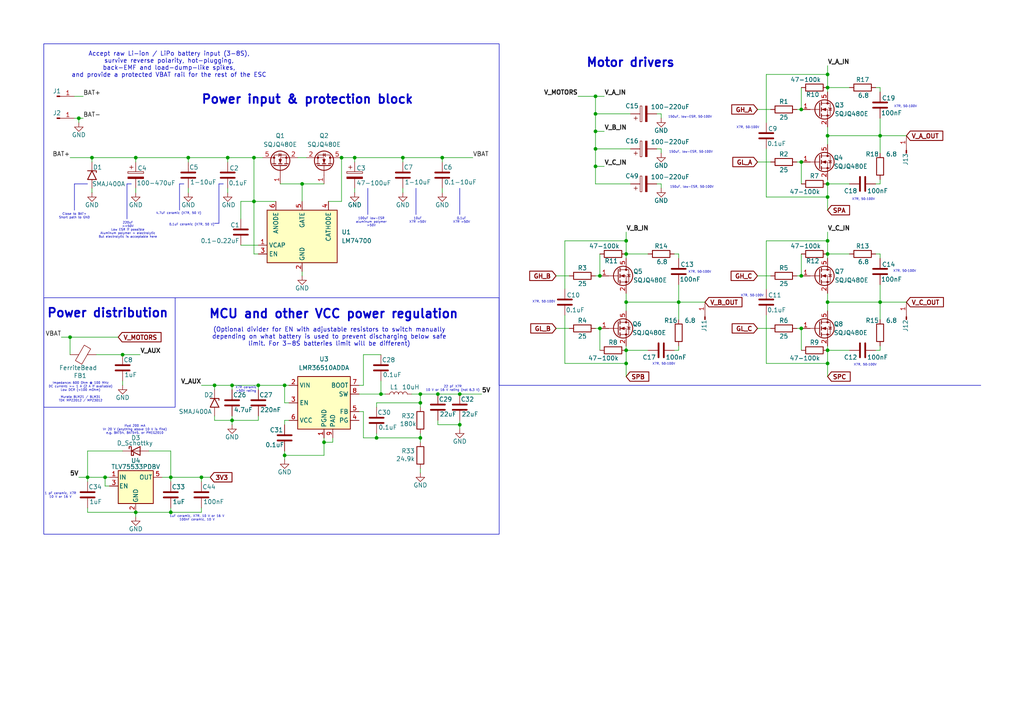
<source format=kicad_sch>
(kicad_sch (version 20250114) (generator "eeschema") (generator_version "9.0")
  (paper "A4")
  (rectangle (start 12.7 86.36) (end 50.8 118.11))
  (rectangle (start 144.78 86.36) (end 144.78 111.76))
  (rectangle (start 144.78 111.76) (end 284.48 111.76))
  (rectangle (start 12.7 12.7) (end 144.78 86.36))
  (rectangle (start 12.7 86.36) (end 144.78 154.94))
  (text "Close to BAT+\nShort path to GND" (at 21.59 62.738 0) (effects (font (size 0.635 0.635) (thickness 0.0794))))
  (text "Motor drivers" (at 182.88 18.288 0) (effects (font (size 2.54 2.54) (thickness 0.508) (bold yes))))
  (text "Power distribution" (at 31.242 90.932 0) (effects (font (size 2.54 2.54) (thickness 0.508) (bold yes))))
  (text "(Optional divider for EN with adjustable resistors to switch manually\ndepending on what battery is used to prevent discharging below safe\nlimit. For 3-8S batteries limit will be different)" (at 95.504 97.79 0) (effects (font (size 1.27 1.27) (thickness 0.1588))))
  (text "4.7uF ceramic (X7R, 50 V)" (at 51.816 61.976 0) (effects (font (size 0.635 0.635) (thickness 0.0794))))
  (text "X7R, 50–100 V" (at 262.382 78.74 0) (effects (font (size 0.635 0.635) (thickness 0.0794))))
  (text "X7R, 50–100 V" (at 157.734 87.63 0) (effects (font (size 0.635 0.635) (thickness 0.0794))))
  (text "0.1uF\nX7R >50V" (at 133.858 64.008 0) (effects (font (size 0.635 0.635) (thickness 0.0794))))
  (text "1uF ceramic, X7R, 10 V or 16 V\n100nF ceramic, 10 V" (at 57.15 150.368 0) (effects (font (size 0.635 0.635) (thickness 0.0794))))
  (text "Accept raw Li-ion / LiPo battery input (3-8S),\nsurvive reverse polarity, hot-plugging,\nback-EMF and load-dump-like spikes,\nand provide a protected VBAT rail for the rest of the ESC" (at 49.022 18.796 0) (effects (font (size 1.27 1.27))))
  (text "X7R, 50–100 V" (at 262.636 30.988 0) (effects (font (size 0.635 0.635) (thickness 0.0794))))
  (text "10uF\nX7R >50V" (at 121.158 64.008 0) (effects (font (size 0.635 0.635) (thickness 0.0794))))
  (text "X7R ceramic\n>50V rating" (at 71.374 113.03 0) (effects (font (size 0.635 0.635) (thickness 0.0794))))
  (text "Power input & protection block" (at 89.154 28.956 0) (effects (font (size 2.54 2.54) (thickness 0.508) (bold yes))))
  (text "220uF\n>=50V\nLow ESR if possible\nAluminum polymer > electrolytic\nBut electrolytic is acceptable here" (at 37.084 66.802 0) (effects (font (size 0.635 0.635) (thickness 0.0794))))
  (text "100uF low-ESR\naluminum polymer\n>50V" (at 107.696 64.516 0) (effects (font (size 0.635 0.635) (thickness 0.0794))))
  (text "0.1uF ceramic (X7R, 50 V)" (at 55.626 65.278 0) (effects (font (size 0.635 0.635) (thickness 0.0794))))
  (text "X7R, 50–100 V" (at 250.444 57.912 0) (effects (font (size 0.635 0.635) (thickness 0.0794))))
  (text "Impedance: 600 Ohm @ 100 MHz\nDC current: >= 1 A (2 A if available)\nLow DCR (<100 mOhm)\n\nMurata BLM21 / BLM31\nTDK MPZ2012 / MPZ3012" (at 23.368 113.792 0) (effects (font (size 0.635 0.635) (thickness 0.0794))))
  (text "X7R, 50–100 V" (at 218.186 85.852 0) (effects (font (size 0.635 0.635) (thickness 0.0794))))
  (text "MCU and other VCC power regulation\n" (at 96.774 91.186 0) (effects (font (size 2.54 2.54) (thickness 0.508) (bold yes))))
  (text "22 pF X7R\n10 V or 16 V rating (not 6.3 V)" (at 131.318 112.776 0) (effects (font (size 0.635 0.635) (thickness 0.0794))))
  (text "X7R, 50–100 V" (at 192.532 105.664 0) (effects (font (size 0.635 0.635) (thickness 0.0794))))
  (text "Ifwd 200 mA\nVr 20 V (anything above 10 V is fine)\ne.g. BAT54, BAT54S, or PMEG2010" (at 39.116 124.714 0) (effects (font (size 0.635 0.635) (thickness 0.0794))))
  (text "X7R, 50–100 V" (at 202.946 78.994 0) (effects (font (size 0.635 0.635) (thickness 0.0794))))
  (text "150uF, low-ESR, 50–100 V" (at 200.406 44.196 0) (effects (font (size 0.635 0.635) (thickness 0.0794))))
  (text "150uF, low-ESR, 50–100 V" (at 200.152 34.036 0) (effects (font (size 0.635 0.635) (thickness 0.0794))))
  (text "1 pF ceramic, X7R\n10 V or 16 V" (at 17.526 143.764 0) (effects (font (size 0.635 0.635) (thickness 0.0794))))
  (text "150uF, low-ESR, 50–100 V" (at 200.66 54.356 0) (effects (font (size 0.635 0.635) (thickness 0.0794))))
  (text "X7R, 50–100 V" (at 250.952 105.918 0) (effects (font (size 0.635 0.635) (thickness 0.0794))))
  (text "X7R, 50–100 V" (at 216.916 37.084 0) (effects (font (size 0.635 0.635) (thickness 0.0794))))
  (junction (at 181.61 73.66))
  (junction (at 93.98 128.27))
  (junction (at 39.37 148.59))
  (junction (at 232.41 95.25))
  (junction (at 62.23 111.76))
  (junction (at 87.63 53.34))
  (junction (at 20.32 97.79))
  (junction (at 181.61 69.85))
  (junction (at 49.53 138.43))
  (junction (at 240.03 57.15))
  (junction (at 54.61 45.72))
  (junction (at 172.72 48.26))
  (junction (at 121.92 116.84))
  (junction (at 127 114.3))
  (junction (at 67.31 121.92))
  (junction (at 240.03 73.66))
  (junction (at 99.06 45.72))
  (junction (at 133.35 114.3))
  (junction (at 128.27 45.72))
  (junction (at 240.03 105.41))
  (junction (at 172.72 27.94))
  (junction (at 133.35 123.19))
  (junction (at 240.03 87.63))
  (junction (at 232.41 80.01))
  (junction (at 240.03 21.59))
  (junction (at 26.67 45.72))
  (junction (at 255.27 87.63))
  (junction (at 240.03 101.6))
  (junction (at 39.37 45.72))
  (junction (at 172.72 43.18))
  (junction (at 49.53 148.59))
  (junction (at 109.22 127))
  (junction (at 240.03 69.85))
  (junction (at 232.41 31.75))
  (junction (at 58.42 138.43))
  (junction (at 121.92 114.3))
  (junction (at 67.31 111.76))
  (junction (at 240.03 53.34))
  (junction (at 73.66 58.42))
  (junction (at 121.92 127))
  (junction (at 240.03 39.37))
  (junction (at 73.66 45.72))
  (junction (at 181.61 101.6))
  (junction (at 232.41 46.99))
  (junction (at 173.99 80.01))
  (junction (at 110.49 114.3))
  (junction (at 172.72 38.1))
  (junction (at 255.27 39.37))
  (junction (at 102.87 45.72))
  (junction (at 181.61 87.63))
  (junction (at 173.99 95.25))
  (junction (at 30.48 138.43))
  (junction (at 82.55 132.08))
  (junction (at 25.4 138.43))
  (junction (at 74.93 111.76))
  (junction (at 181.61 105.41))
  (junction (at 66.04 45.72))
  (junction (at 22.86 34.29))
  (junction (at 116.84 45.72))
  (junction (at 240.03 25.4))
  (junction (at 82.55 111.76))
  (junction (at 172.72 33.02))
  (junction (at 35.56 102.87))
  (junction (at 196.85 87.63))
  (wire (pts (xy 240.03 25.4) (xy 246.38 25.4)))
  (wire (pts (xy 172.72 27.94) (xy 175.26 27.94)))
  (wire (pts (xy 87.63 80.01) (xy 87.63 78.74)))
  (wire (pts (xy 231.14 46.99) (xy 232.41 46.99)))
  (wire (pts (xy 58.42 138.43) (xy 60.96 138.43)))
  (wire (pts (xy 254 101.6) (xy 255.27 101.6)))
  (wire (pts (xy 255.27 87.63) (xy 255.27 92.71)))
  (wire (pts (xy 73.66 58.42) (xy 80.01 58.42)))
  (wire (pts (xy 163.83 105.41) (xy 181.61 105.41)))
  (wire (pts (xy 74.93 71.12) (xy 69.85 71.12)))
  (wire (pts (xy 74.93 121.92) (xy 67.31 121.92)))
  (wire (pts (xy 181.61 105.41) (xy 181.61 101.6)))
  (wire (pts (xy 255.27 26.67) (xy 255.27 25.4)))
  (wire (pts (xy 191.77 43.18) (xy 191.77 44.45)))
  (wire (pts (xy 110.49 110.49) (xy 110.49 114.3)))
  (wire (pts (xy 69.85 63.5) (xy 69.85 58.42)))
  (wire (pts (xy 121.92 114.3) (xy 127 114.3)))
  (wire (pts (xy 172.72 95.25) (xy 173.99 95.25)))
  (wire (pts (xy 31.75 140.97) (xy 30.48 140.97)))
  (wire (pts (xy 82.55 132.08) (xy 82.55 130.81)))
  (wire (pts (xy 240.03 101.6) (xy 246.38 101.6)))
  (wire (pts (xy 127 123.19) (xy 127 121.92)))
  (wire (pts (xy 58.42 111.76) (xy 62.23 111.76)))
  (wire (pts (xy 255.27 101.6) (xy 255.27 100.33)))
  (wire (pts (xy 255.27 87.63) (xy 262.89 87.63)))
  (wire (pts (xy 191.77 53.34) (xy 191.77 54.61)))
  (wire (pts (xy 255.27 34.29) (xy 255.27 39.37)))
  (wire (pts (xy 222.25 35.56) (xy 222.25 21.59)))
  (wire (pts (xy 104.14 119.38) (xy 105.41 119.38)))
  (wire (pts (xy 254 53.34) (xy 255.27 53.34)))
  (wire (pts (xy 54.61 45.72) (xy 66.04 45.72)))
  (wire (pts (xy 161.29 80.01) (xy 165.1 80.01)))
  (wire (pts (xy 163.83 83.82) (xy 163.83 69.85)))
  (wire (pts (xy 181.61 101.6) (xy 181.61 100.33)))
  (wire (pts (xy 22.86 34.29) (xy 24.13 34.29)))
  (wire (pts (xy 25.4 138.43) (xy 30.48 138.43)))
  (wire (pts (xy 175.26 48.26) (xy 172.72 48.26)))
  (wire (pts (xy 240.03 53.34) (xy 246.38 53.34)))
  (wire (pts (xy 25.4 138.43) (xy 25.4 139.7)))
  (wire (pts (xy 30.48 138.43) (xy 30.48 140.97)))
  (wire (pts (xy 102.87 55.88) (xy 102.87 54.61)))
  (polyline (pts (xy 52.07 53.34) (xy 52.07 60.96)))
  (wire (pts (xy 133.35 124.46) (xy 133.35 123.19)))
  (wire (pts (xy 219.71 31.75) (xy 223.52 31.75)))
  (wire (pts (xy 43.18 130.81) (xy 49.53 130.81)))
  (polyline (pts (xy 64.77 53.34) (xy 63.5 53.34)))
  (wire (pts (xy 133.35 123.19) (xy 127 123.19)))
  (wire (pts (xy 255.27 25.4) (xy 254 25.4)))
  (wire (pts (xy 163.83 91.44) (xy 163.83 105.41)))
  (wire (pts (xy 173.99 73.66) (xy 173.99 80.01)))
  (wire (pts (xy 181.61 67.31) (xy 181.61 69.85)))
  (wire (pts (xy 181.61 69.85) (xy 181.61 73.66)))
  (wire (pts (xy 255.27 82.55) (xy 255.27 87.63)))
  (wire (pts (xy 240.03 69.85) (xy 240.03 73.66)))
  (wire (pts (xy 240.03 87.63) (xy 240.03 90.17)))
  (wire (pts (xy 49.53 130.81) (xy 49.53 138.43)))
  (wire (pts (xy 109.22 127) (xy 109.22 125.73)))
  (wire (pts (xy 119.38 114.3) (xy 121.92 114.3)))
  (wire (pts (xy 163.83 69.85) (xy 181.61 69.85)))
  (wire (pts (xy 22.86 138.43) (xy 25.4 138.43)))
  (wire (pts (xy 93.98 127) (xy 93.98 128.27)))
  (wire (pts (xy 93.98 132.08) (xy 82.55 132.08)))
  (wire (pts (xy 116.84 55.88) (xy 116.84 54.61)))
  (wire (pts (xy 105.41 102.87) (xy 105.41 111.76)))
  (wire (pts (xy 22.86 35.56) (xy 22.86 34.29)))
  (wire (pts (xy 49.53 147.32) (xy 49.53 148.59)))
  (wire (pts (xy 82.55 116.84) (xy 83.82 116.84)))
  (wire (pts (xy 240.03 25.4) (xy 240.03 26.67)))
  (wire (pts (xy 232.41 46.99) (xy 232.41 53.34)))
  (wire (pts (xy 172.72 43.18) (xy 172.72 38.1)))
  (wire (pts (xy 54.61 55.88) (xy 54.61 54.61)))
  (wire (pts (xy 121.92 118.11) (xy 121.92 116.84)))
  (wire (pts (xy 195.58 101.6) (xy 196.85 101.6)))
  (wire (pts (xy 87.63 53.34) (xy 87.63 58.42)))
  (wire (pts (xy 240.03 19.05) (xy 240.03 21.59)))
  (wire (pts (xy 240.03 57.15) (xy 240.03 53.34)))
  (wire (pts (xy 222.25 105.41) (xy 240.03 105.41)))
  (polyline (pts (xy 36.83 53.34) (xy 38.1 53.34)))
  (wire (pts (xy 27.94 102.87) (xy 35.56 102.87)))
  (wire (pts (xy 30.48 138.43) (xy 31.75 138.43)))
  (wire (pts (xy 191.77 33.02) (xy 191.77 34.29)))
  (wire (pts (xy 181.61 87.63) (xy 181.61 90.17)))
  (wire (pts (xy 222.25 69.85) (xy 240.03 69.85)))
  (wire (pts (xy 196.85 74.93) (xy 196.85 73.66)))
  (wire (pts (xy 255.27 53.34) (xy 255.27 52.07)))
  (wire (pts (xy 82.55 111.76) (xy 83.82 111.76)))
  (wire (pts (xy 74.93 73.66) (xy 73.66 73.66)))
  (wire (pts (xy 231.14 31.75) (xy 232.41 31.75)))
  (wire (pts (xy 73.66 73.66) (xy 73.66 58.42)))
  (wire (pts (xy 39.37 55.88) (xy 39.37 54.61)))
  (wire (pts (xy 240.03 53.34) (xy 240.03 52.07)))
  (wire (pts (xy 74.93 113.03) (xy 74.93 111.76)))
  (wire (pts (xy 172.72 80.01) (xy 173.99 80.01)))
  (wire (pts (xy 105.41 127) (xy 109.22 127)))
  (wire (pts (xy 39.37 149.86) (xy 39.37 148.59)))
  (wire (pts (xy 67.31 121.92) (xy 67.31 123.19)))
  (wire (pts (xy 190.5 53.34) (xy 191.77 53.34)))
  (wire (pts (xy 82.55 133.35) (xy 82.55 132.08)))
  (wire (pts (xy 26.67 45.72) (xy 26.67 46.99)))
  (wire (pts (xy 196.85 87.63) (xy 204.47 87.63)))
  (polyline (pts (xy 21.59 53.34) (xy 21.59 60.96)))
  (wire (pts (xy 93.98 128.27) (xy 96.52 128.27)))
  (polyline (pts (xy 62.23 64.77) (xy 63.5 64.77)))
  (wire (pts (xy 62.23 121.92) (xy 67.31 121.92)))
  (wire (pts (xy 128.27 46.99) (xy 128.27 45.72)))
  (wire (pts (xy 181.61 73.66) (xy 187.96 73.66)))
  (polyline (pts (xy 53.34 53.34) (xy 52.07 53.34)))
  (wire (pts (xy 67.31 113.03) (xy 67.31 111.76)))
  (wire (pts (xy 35.56 102.87) (xy 40.64 102.87)))
  (wire (pts (xy 232.41 95.25) (xy 232.41 101.6)))
  (wire (pts (xy 66.04 45.72) (xy 73.66 45.72)))
  (wire (pts (xy 121.92 116.84) (xy 121.92 114.3)))
  (wire (pts (xy 133.35 114.3) (xy 139.7 114.3)))
  (wire (pts (xy 58.42 148.59) (xy 58.42 147.32)))
  (wire (pts (xy 128.27 55.88) (xy 128.27 54.61)))
  (wire (pts (xy 73.66 45.72) (xy 76.2 45.72)))
  (wire (pts (xy 25.4 147.32) (xy 25.4 148.59)))
  (wire (pts (xy 240.03 73.66) (xy 246.38 73.66)))
  (wire (pts (xy 240.03 60.96) (xy 240.03 57.15)))
  (wire (pts (xy 181.61 73.66) (xy 181.61 74.93)))
  (wire (pts (xy 161.29 95.25) (xy 165.1 95.25)))
  (wire (pts (xy 110.49 102.87) (xy 105.41 102.87)))
  (wire (pts (xy 82.55 121.92) (xy 83.82 121.92)))
  (wire (pts (xy 255.27 87.63) (xy 240.03 87.63)))
  (wire (pts (xy 231.14 80.01) (xy 232.41 80.01)))
  (polyline (pts (xy 120.65 54.61) (xy 120.65 62.23)))
  (wire (pts (xy 105.41 119.38) (xy 105.41 127)))
  (wire (pts (xy 173.99 95.25) (xy 173.99 101.6)))
  (wire (pts (xy 172.72 33.02) (xy 182.88 33.02)))
  (wire (pts (xy 116.84 45.72) (xy 128.27 45.72)))
  (wire (pts (xy 35.56 110.49) (xy 35.56 111.76)))
  (wire (pts (xy 96.52 127) (xy 96.52 128.27)))
  (wire (pts (xy 39.37 46.99) (xy 39.37 45.72)))
  (wire (pts (xy 175.26 38.1) (xy 172.72 38.1)))
  (wire (pts (xy 172.72 27.94) (xy 172.72 33.02)))
  (wire (pts (xy 240.03 39.37) (xy 240.03 41.91)))
  (wire (pts (xy 49.53 148.59) (xy 58.42 148.59)))
  (wire (pts (xy 222.25 83.82) (xy 222.25 69.85)))
  (wire (pts (xy 196.85 87.63) (xy 181.61 87.63)))
  (wire (pts (xy 86.36 45.72) (xy 88.9 45.72)))
  (wire (pts (xy 240.03 36.83) (xy 240.03 39.37)))
  (wire (pts (xy 74.93 111.76) (xy 67.31 111.76)))
  (wire (pts (xy 121.92 137.16) (xy 121.92 135.89)))
  (wire (pts (xy 219.71 95.25) (xy 223.52 95.25)))
  (wire (pts (xy 58.42 138.43) (xy 58.42 139.7)))
  (wire (pts (xy 167.64 27.94) (xy 172.72 27.94)))
  (wire (pts (xy 219.71 46.99) (xy 223.52 46.99)))
  (wire (pts (xy 190.5 43.18) (xy 191.77 43.18)))
  (wire (pts (xy 25.4 130.81) (xy 25.4 138.43)))
  (wire (pts (xy 46.99 138.43) (xy 49.53 138.43)))
  (wire (pts (xy 20.32 97.79) (xy 20.32 102.87)))
  (wire (pts (xy 240.03 21.59) (xy 240.03 25.4)))
  (wire (pts (xy 240.03 85.09) (xy 240.03 87.63)))
  (polyline (pts (xy 106.68 54.61) (xy 106.68 62.23)))
  (wire (pts (xy 87.63 53.34) (xy 93.98 53.34)))
  (wire (pts (xy 95.25 58.42) (xy 99.06 58.42)))
  (wire (pts (xy 93.98 128.27) (xy 93.98 132.08)))
  (wire (pts (xy 109.22 118.11) (xy 109.22 116.84)))
  (wire (pts (xy 240.03 73.66) (xy 240.03 74.93)))
  (wire (pts (xy 172.72 53.34) (xy 182.88 53.34)))
  (wire (pts (xy 49.53 138.43) (xy 58.42 138.43)))
  (wire (pts (xy 54.61 45.72) (xy 54.61 46.99)))
  (wire (pts (xy 222.25 91.44) (xy 222.25 105.41)))
  (wire (pts (xy 181.61 85.09) (xy 181.61 87.63)))
  (wire (pts (xy 111.76 114.3) (xy 110.49 114.3)))
  (wire (pts (xy 82.55 123.19) (xy 82.55 121.92)))
  (wire (pts (xy 196.85 87.63) (xy 196.85 92.71)))
  (wire (pts (xy 190.5 33.02) (xy 191.77 33.02)))
  (wire (pts (xy 222.25 43.18) (xy 222.25 57.15)))
  (wire (pts (xy 181.61 109.22) (xy 181.61 105.41)))
  (wire (pts (xy 133.35 121.92) (xy 133.35 123.19)))
  (wire (pts (xy 17.78 97.79) (xy 20.32 97.79)))
  (wire (pts (xy 222.25 57.15) (xy 240.03 57.15)))
  (wire (pts (xy 219.71 80.01) (xy 223.52 80.01)))
  (wire (pts (xy 172.72 43.18) (xy 182.88 43.18)))
  (wire (pts (xy 128.27 45.72) (xy 137.16 45.72)))
  (wire (pts (xy 255.27 39.37) (xy 240.03 39.37)))
  (polyline (pts (xy 25.4 53.34) (xy 21.59 53.34)))
  (wire (pts (xy 69.85 58.42) (xy 73.66 58.42)))
  (wire (pts (xy 62.23 111.76) (xy 67.31 111.76)))
  (wire (pts (xy 172.72 48.26) (xy 172.72 43.18)))
  (wire (pts (xy 26.67 45.72) (xy 39.37 45.72)))
  (wire (pts (xy 231.14 95.25) (xy 232.41 95.25)))
  (wire (pts (xy 82.55 111.76) (xy 82.55 116.84)))
  (wire (pts (xy 172.72 33.02) (xy 172.72 38.1)))
  (wire (pts (xy 81.28 53.34) (xy 87.63 53.34)))
  (wire (pts (xy 99.06 45.72) (xy 102.87 45.72)))
  (wire (pts (xy 104.14 114.3) (xy 110.49 114.3)))
  (wire (pts (xy 35.56 130.81) (xy 25.4 130.81)))
  (wire (pts (xy 181.61 101.6) (xy 187.96 101.6)))
  (wire (pts (xy 66.04 55.88) (xy 66.04 54.61)))
  (wire (pts (xy 102.87 46.99) (xy 102.87 45.72)))
  (wire (pts (xy 232.41 73.66) (xy 232.41 80.01)))
  (wire (pts (xy 66.04 46.99) (xy 66.04 45.72)))
  (wire (pts (xy 240.03 109.22) (xy 240.03 105.41)))
  (wire (pts (xy 127 114.3) (xy 133.35 114.3)))
  (wire (pts (xy 74.93 120.65) (xy 74.93 121.92)))
  (wire (pts (xy 99.06 58.42) (xy 99.06 45.72)))
  (wire (pts (xy 20.32 97.79) (xy 34.29 97.79)))
  (wire (pts (xy 196.85 73.66) (xy 195.58 73.66)))
  (wire (pts (xy 255.27 74.93) (xy 255.27 73.66)))
  (wire (pts (xy 196.85 101.6) (xy 196.85 100.33)))
  (wire (pts (xy 121.92 127) (xy 121.92 128.27)))
  (wire (pts (xy 73.66 45.72) (xy 73.66 58.42)))
  (wire (pts (xy 109.22 116.84) (xy 121.92 116.84)))
  (wire (pts (xy 62.23 120.65) (xy 62.23 121.92)))
  (wire (pts (xy 25.4 148.59) (xy 39.37 148.59)))
  (wire (pts (xy 24.13 27.94) (xy 21.59 27.94)))
  (wire (pts (xy 102.87 45.72) (xy 116.84 45.72)))
  (wire (pts (xy 196.85 82.55) (xy 196.85 87.63)))
  (wire (pts (xy 39.37 45.72) (xy 54.61 45.72)))
  (wire (pts (xy 49.53 138.43) (xy 49.53 139.7)))
  (wire (pts (xy 240.03 67.31) (xy 240.03 69.85)))
  (polyline (pts (xy 133.35 54.61) (xy 133.35 62.23)))
  (wire (pts (xy 255.27 39.37) (xy 262.89 39.37)))
  (wire (pts (xy 116.84 46.99) (xy 116.84 45.72)))
  (wire (pts (xy 255.27 73.66) (xy 254 73.66)))
  (wire (pts (xy 49.53 148.59) (xy 39.37 148.59)))
  (wire (pts (xy 232.41 25.4) (xy 232.41 31.75)))
  (wire (pts (xy 26.67 55.88) (xy 26.67 54.61)))
  (wire (pts (xy 222.25 21.59) (xy 240.03 21.59)))
  (wire (pts (xy 67.31 120.65) (xy 67.31 121.92)))
  (wire (pts (xy 255.27 39.37) (xy 255.27 44.45)))
  (wire (pts (xy 22.86 34.29) (xy 21.59 34.29)))
  (wire (pts (xy 240.03 105.41) (xy 240.03 101.6)))
  (wire (pts (xy 62.23 111.76) (xy 62.23 113.03)))
  (wire (pts (xy 121.92 125.73) (xy 121.92 127)))
  (wire (pts (xy 20.32 45.72) (xy 26.67 45.72)))
  (polyline (pts (xy 36.83 53.34) (xy 36.83 63.5)))
  (wire (pts (xy 172.72 48.26) (xy 172.72 53.34)))
  (wire (pts (xy 109.22 127) (xy 121.92 127)))
  (wire (pts (xy 105.41 111.76) (xy 104.14 111.76)))
  (wire (pts (xy 74.93 111.76) (xy 82.55 111.76)))
  (polyline (pts (xy 63.5 53.34) (xy 63.5 64.77)))
  (wire (pts (xy 240.03 101.6) (xy 240.03 100.33)))
  (label "BAT+" (at 20.32 45.72 180))
  (label "V_MOTORS" (at 167.64 27.94 180) (effects (font (thickness 0.254) (bold yes))))
  (label "V_A_IN" (at 175.26 27.94 0) (effects (font (thickness 0.254) (bold yes))))
  (label "V_A_IN" (at 240.03 19.05 0) (effects (font (thickness 0.254) (bold yes))))
  (label "V_C_IN" (at 175.26 48.26 0) (effects (font (thickness 0.254) (bold yes))))
  (label "5V" (at 139.7 114.3 0) (effects (font (thickness 0.254) (bold yes))))
  (label "5V" (at 22.86 138.43 180) (effects (font (thickness 0.254) (bold yes))))
  (label "V_B_IN" (at 175.26 38.1 0) (effects (font (thickness 0.254) (bold yes))))
  (label "V_C_IN" (at 240.03 67.31 0) (effects (font (thickness 0.254) (bold yes))))
  (label "VBAT" (at 137.16 45.72 0))
  (label "BAT+" (at 24.13 27.94 0))
  (label "VBAT" (at 17.78 97.79 180))
  (label "BAT-" (at 24.13 34.29 0))
  (label "V_B_IN" (at 181.61 67.31 0) (effects (font (thickness 0.254) (bold yes))))
  (label "V_AUX" (at 58.42 111.76 180) (effects (font (thickness 0.254) (bold yes))))
  (label "V_AUX" (at 40.64 102.87 0) (effects (font (thickness 0.254) (bold yes))))
  (global_label "3V3" (shape input) (at 60.96 138.43 0) (effects (font (thickness 0.254) (bold yes))) (property "Intersheetrefs" "${INTERSHEET_REFS}" (effects (hide yes))))
  (global_label "SPB" (shape input) (at 181.61 109.22 0) (effects (font (thickness 0.254) (bold yes))) (property "Intersheetrefs" "${INTERSHEET_REFS}" (effects (hide yes))))
  (global_label "V_A_OUT" (shape input) (at 262.89 39.37 0) (effects (font (thickness 0.254) (bold yes))) (property "Intersheetrefs" "${INTERSHEET_REFS}" (effects (hide yes))))
  (global_label "SPA" (shape input) (at 240.03 60.96 0) (effects (font (thickness 0.254) (bold yes))) (property "Intersheetrefs" "${INTERSHEET_REFS}" (effects (hide yes))))
  (global_label "GL_C" (shape input) (at 219.71 95.25 180) (effects (font (thickness 0.254) (bold yes))) (property "Intersheetrefs" "${INTERSHEET_REFS}" (effects (hide yes))))
  (global_label "V_MOTORS" (shape input) (at 34.29 97.79 0) (effects (font (thickness 0.254) (bold yes))) (property "Intersheetrefs" "${INTERSHEET_REFS}" (effects (hide yes))))
  (global_label "GH_A" (shape input) (at 219.71 31.75 180) (effects (font (thickness 0.254) (bold yes))) (property "Intersheetrefs" "${INTERSHEET_REFS}" (effects (hide yes))))
  (global_label "V_B_OUT" (shape input) (at 204.47 87.63 0) (effects (font (thickness 0.254) (bold yes))) (property "Intersheetrefs" "${INTERSHEET_REFS}" (effects (hide yes))))
  (global_label "SPC" (shape input) (at 240.03 109.22 0) (effects (font (thickness 0.254) (bold yes))) (property "Intersheetrefs" "${INTERSHEET_REFS}" (effects (hide yes))))
  (global_label "GH_C" (shape input) (at 219.71 80.01 180) (effects (font (thickness 0.254) (bold yes))) (property "Intersheetrefs" "${INTERSHEET_REFS}" (effects (hide yes))))
  (global_label "GH_B" (shape input) (at 161.29 80.01 180) (effects (font (thickness 0.254) (bold yes))) (property "Intersheetrefs" "${INTERSHEET_REFS}" (effects (hide yes))))
  (global_label "V_C_OUT" (shape input) (at 262.89 87.63 0) (effects (font (thickness 0.254) (bold yes))) (property "Intersheetrefs" "${INTERSHEET_REFS}" (effects (hide yes))))
  (global_label "GL_B" (shape input) (at 161.29 95.25 180) (effects (font (thickness 0.254) (bold yes))) (property "Intersheetrefs" "${INTERSHEET_REFS}" (effects (hide yes))))
  (global_label "GL_A" (shape input) (at 219.71 46.99 180) (effects (font (thickness 0.254) (bold yes))) (property "Intersheetrefs" "${INTERSHEET_REFS}" (effects (hide yes))))
  (symbol (lib_id "power:GND") (at 39.37 149.86 0) (unit 1)
    (property "Reference" "#PWR023" (effects (hide yes)))
    (property "Value" "GND" (at 39.37 153.416 0))
    (property "Description" "Power symbol creates a global label with name \"GND\" , ground" (effects (hide yes)))
  )
  (symbol (lib_id "Transistor_FET:SQJQ480E") (at 237.49 95.25 0) (unit 1)
    (property "Reference" "Q8" (at 241.808 93.98 0) (effects (justify left)))
    (property "Value" "SQJQ480E" (at 241.808 96.52 0) (effects (justify left)))
    (property "Footprint" "Package_TO_SOT_SMD:LFPAK88" (effects (hide yes)))
    (property "Datasheet" "https://www.vishay.com/docs/76718/sqjq480e.pdf" (effects (hide yes)))
    (property "Description" "150A Id, 80V Vds, N-Channel TrenchFET MOSFET, 3mOhm Ron, 21nC Qqd, -55 to 175 °C, LFPAK88" (effects (hide yes)))
  )
  (symbol (lib_id "Device:C") (at 58.42 143.51 0) (unit 1)
    (property "Reference" "C44" (at 58.674 141.224 0) (effects (justify left)))
    (property "Value" "100nF" (at 58.928 145.542 0) (effects (justify left)))
    (property "Footprint" "Capacitor_SMD:C_0805_2012Metric_Pad1.18x1.45mm_HandSolder" (effects (hide yes)))
    (property "Description" "Unpolarized capacitor" (effects (hide yes)))
  )
  (symbol (lib_id "Device:C") (at 54.61 50.8 0) (unit 1)
    (property "Reference" "C5" (at 54.864 48.514 0) (effects (justify left)))
    (property "Value" "1-10uF" (at 55.118 52.832 0) (effects (justify left)))
    (property "Footprint" "Capacitor_SMD:C_0805_2012Metric_Pad1.18x1.45mm_HandSolder" (effects (hide yes)))
    (property "Description" "Unpolarized capacitor" (effects (hide yes)))
  )
  (symbol (lib_id "Device:C") (at 109.22 121.92 0) (unit 1)
    (property "Reference" "C30" (at 109.474 119.634 0) (effects (justify left)))
    (property "Value" "0.1uF" (at 109.728 123.952 0) (effects (justify left)))
    (property "Footprint" "Capacitor_SMD:C_0805_2012Metric_Pad1.18x1.45mm_HandSolder" (effects (hide yes)))
    (property "Description" "Unpolarized capacitor" (effects (hide yes)))
  )
  (symbol (lib_id "Regulator_Linear:TLV75533PDBV") (at 39.37 140.97 0) (unit 1)
    (property "Reference" "U4" (at 39.37 133.604 0))
    (property "Value" "TLV75533PDBV" (at 39.37 135.382 0))
    (property "Footprint" "Package_TO_SOT_SMD:SOT-23-5" (effects (hide yes)))
    (property "Datasheet" "http://www.ti.com/lit/ds/symlink/tlv755p.pdf" (effects (hide yes)))
    (property "Description" "500mA Low Dropout Voltage Regulator, Fixed Output 3.3V, SOT-23-5" (effects (hide yes)))
  )
  (symbol (lib_id "Device:R") (at 236.22 53.34 90) (unit 1)
    (property "Reference" "R7" (at 236.22 51.054 90))
    (property "Value" "47-100k" (at 233.426 55.626 90))
    (property "Footprint" "Resistor_SMD:R_0603_1608Metric_Pad0.98x0.95mm_HandSolder" (effects (hide yes)))
    (property "Description" "Resistor" (effects (hide yes)))
  )
  (symbol (lib_id "Device:C") (at 74.93 116.84 0) (unit 1)
    (property "Reference" "C27" (at 75.184 114.554 0) (effects (justify left)))
    (property "Value" "220nF" (at 75.438 118.872 0) (effects (justify left)))
    (property "Footprint" "Capacitor_SMD:C_0805_2012Metric_Pad1.18x1.45mm_HandSolder" (effects (hide yes)))
    (property "Description" "Unpolarized capacitor" (effects (hide yes)))
  )
  (symbol (lib_id "power:GND") (at 121.92 137.16 0) (unit 1)
    (property "Reference" "#PWR021" (effects (hide yes)))
    (property "Value" "GND" (at 121.92 140.716 0))
    (property "Description" "Power symbol creates a global label with name \"GND\" , ground" (effects (hide yes)))
  )
  (symbol (lib_id "power:GND") (at 66.04 55.88 0) (unit 1)
    (property "Reference" "#PWR06" (effects (hide yes)))
    (property "Value" "GND" (at 66.294 59.436 0))
    (property "Description" "Power symbol creates a global label with name \"GND\" , ground" (effects (hide yes)))
  )
  (symbol (lib_id "power:GND") (at 102.87 55.88 0) (unit 1)
    (property "Reference" "#PWR04" (effects (hide yes)))
    (property "Value" "GND" (at 102.87 59.436 0))
    (property "Description" "Power symbol creates a global label with name \"GND\" , ground" (effects (hide yes)))
  )
  (symbol (lib_id "Transistor_FET:SQJQ480E") (at 237.49 31.75 0) (unit 1)
    (property "Reference" "Q3" (at 242.062 30.48 0) (effects (justify left)))
    (property "Value" "SQJQ480E" (at 242.062 33.02 0) (effects (justify left)))
    (property "Footprint" "Package_TO_SOT_SMD:LFPAK88" (effects (hide yes)))
    (property "Datasheet" "https://www.vishay.com/docs/76718/sqjq480e.pdf" (effects (hide yes)))
    (property "Description" "150A Id, 80V Vds, N-Channel TrenchFET MOSFET, 3mOhm Ron, 21nC Qqd, -55 to 175 °C, LFPAK88" (effects (hide yes)))
  )
  (symbol (lib_id "Device:R") (at 168.91 95.25 90) (unit 1)
    (property "Reference" "R4" (at 168.91 92.964 90))
    (property "Value" "25" (at 168.91 97.536 90))
    (property "Footprint" "Resistor_SMD:R_0603_1608Metric_Pad0.98x0.95mm_HandSolder" (effects (hide yes)))
    (property "Description" "Resistor" (effects (hide yes)))
  )
  (symbol (lib_id "Device:C") (at 255.27 30.48 0) (unit 1)
    (property "Reference" "C19" (at 255.778 28.448 0) (effects (justify left)))
    (property "Value" "100nF" (at 255.524 32.766 0) (effects (justify left)))
    (property "Footprint" "Capacitor_SMD:C_0805_2012Metric_Pad1.18x1.45mm_HandSolder" (effects (hide yes)))
    (property "Description" "Unpolarized capacitor" (effects (hide yes)))
  )
  (symbol (lib_id "Device:C") (at 133.35 118.11 0) (unit 1)
    (property "Reference" "C32" (at 133.604 115.824 0) (effects (justify left)))
    (property "Value" "22uF" (at 133.858 120.142 0) (effects (justify left)))
    (property "Footprint" "Capacitor_SMD:C_0805_2012Metric_Pad1.18x1.45mm_HandSolder" (effects (hide yes)))
    (property "Description" "Unpolarized capacitor" (effects (hide yes)))
  )
  (symbol (lib_id "Device:R") (at 121.92 132.08 180) (unit 1)
    (property "Reference" "R33" (at 118.364 130.81 0))
    (property "Value" "24.9k" (at 117.602 133.096 0))
    (property "Footprint" "Resistor_SMD:R_0603_1608Metric_Pad0.98x0.95mm_HandSolder" (effects (hide yes)))
    (property "Description" "Resistor" (effects (hide yes)))
  )
  (symbol (lib_id "Connector:Conn_01x01_Pin") (at 16.51 27.94 0) (unit 1)
    (property "Reference" "J1" (at 16.51 26.416 0))
    (property "Value" "Conn_01x01_Pin" (effects (hide yes)))
    (property "Footprint" "Connector_JST:JST_XH_B1B-XH-AM_1x01_P2.50mm_Vertical" (effects (hide yes)))
    (property "Description" "Generic connector, single row, 01x01, script generated" (effects (hide yes)))
  )
  (symbol (lib_id "Device:R") (at 191.77 73.66 90) (unit 1)
    (property "Reference" "R14" (at 191.77 71.374 90))
    (property "Value" "6.8" (at 192.024 75.946 90))
    (property "Footprint" "Resistor_SMD:R_0603_1608Metric_Pad0.98x0.95mm_HandSolder" (effects (hide yes)))
    (property "Description" "Resistor" (effects (hide yes)))
  )
  (symbol (lib_id "Device:C") (at 66.04 50.8 0) (unit 1)
    (property "Reference" "C2" (at 66.548 48.768 0) (effects (justify left)))
    (property "Value" "0.1uF" (at 66.294 53.086 0) (effects (justify left)))
    (property "Footprint" "Capacitor_SMD:C_0805_2012Metric_Pad1.18x1.45mm_HandSolder" (effects (hide yes)))
    (property "Description" "Unpolarized capacitor" (effects (hide yes)))
  )
  (symbol (lib_id "Device:C") (at 69.85 67.31 0) (unit 1)
    (property "Reference" "C1" (at 66.802 65.278 0) (effects (justify left)))
    (property "Value" "0.1-0.22uF" (at 58.166 69.85 0) (effects (justify left)))
    (property "Footprint" "Capacitor_SMD:C_0805_2012Metric_Pad1.18x1.45mm_HandSolder" (effects (hide yes)))
    (property "Description" "Unpolarized capacitor" (effects (hide yes)))
  )
  (symbol (lib_id "Power_Management:LM74700") (at 87.63 68.58 0) (unit 1)
    (property "Reference" "U1" (at 99.06 67.3099 0) (effects (justify left)))
    (property "Value" "LM74700" (at 99.06 69.8499 0) (effects (justify left)))
    (property "Footprint" "Package_TO_SOT_SMD:SOT-23-6_Handsoldering" (effects (hide yes)))
    (property "Datasheet" "http://www.ti.com/lit/gpn/LM74700-Q1" (effects (hide yes)))
    (property "Description" "Low Iq reverse battery protection ideal diode controller, SOT-23-6" (effects (hide yes)))
  )
  (symbol (lib_id "Connector:Conn_01x01_Pin") (at 16.51 34.29 0) (unit 1)
    (property "Reference" "J2" (at 16.51 32.766 0))
    (property "Value" "Conn_01x01_Pin" (effects (hide yes)))
    (property "Footprint" "Connector_JST:JST_XH_B1B-XH-AM_1x01_P2.50mm_Vertical" (effects (hide yes)))
    (property "Description" "Generic connector, single row, 01x01, script generated" (effects (hide yes)))
  )
  (symbol (lib_id "Diode:SMAJ400A") (at 26.67 50.8 270) (unit 1)
    (property "Reference" "D1" (at 26.924 48.514 90) (effects (justify left)))
    (property "Value" "SMAJ400A" (at 26.67 53.34 90) (effects (justify left)))
    (property "Footprint" "Diode_SMD:D_SMA_Handsoldering" (effects (hide yes)))
    (property "Datasheet" "https://www.littelfuse.com/media?resourcetype=datasheets&itemid=75e32973-b177-4ee3-a0ff-cedaf1abdb93&filename=smaj-datasheet" (effects (hide yes)))
    (property "Description" "600W unidirectional Transient Voltage Suppressor, 400.0Vr, SMA(DO-214AC)" (effects (hide yes)))
  )
  (symbol (lib_id "Transistor_FET:SQJQ480E") (at 81.28 48.26 90) (unit 1)
    (property "Reference" "Q1" (at 81.28 39.37 90))
    (property "Value" "SQJQ480E" (at 81.28 41.91 90))
    (property "Footprint" "Package_TO_SOT_SMD:LFPAK88" (effects (hide yes)))
    (property "Datasheet" "https://www.vishay.com/docs/76718/sqjq480e.pdf" (effects (hide yes)))
    (property "Description" "150A Id, 80V Vds, N-Channel TrenchFET MOSFET, 3mOhm Ron, 21nC Qqd, -55 to 175 °C, LFPAK88" (effects (hide yes)))
  )
  (symbol (lib_id "power:GND") (at 128.27 55.88 0) (unit 1)
    (property "Reference" "#PWR07" (effects (hide yes)))
    (property "Value" "GND" (at 128.27 59.436 0))
    (property "Description" "Power symbol creates a global label with name \"GND\" , ground" (effects (hide yes)))
  )
  (symbol (lib_id "power:GND") (at 82.55 133.35 0) (unit 1)
    (property "Reference" "#PWR022" (effects (hide yes)))
    (property "Value" "GND" (at 82.55 136.906 0))
    (property "Description" "Power symbol creates a global label with name \"GND\" , ground" (effects (hide yes)))
  )
  (symbol (lib_id "Transistor_FET:SQJQ480E") (at 237.49 80.01 0) (unit 1)
    (property "Reference" "Q7" (at 242.062 78.74 0) (effects (justify left)))
    (property "Value" "SQJQ480E" (at 242.062 81.28 0) (effects (justify left)))
    (property "Footprint" "Package_TO_SOT_SMD:LFPAK88" (effects (hide yes)))
    (property "Datasheet" "https://www.vishay.com/docs/76718/sqjq480e.pdf" (effects (hide yes)))
    (property "Description" "150A Id, 80V Vds, N-Channel TrenchFET MOSFET, 3mOhm Ron, 21nC Qqd, -55 to 175 °C, LFPAK88" (effects (hide yes)))
  )
  (symbol (lib_id "Device:C") (at 163.83 87.63 0) (unit 1)
    (property "Reference" "C10" (at 164.338 85.598 0) (effects (justify left)))
    (property "Value" "0.1uF" (at 164.084 89.916 0) (effects (justify left)))
    (property "Footprint" "Capacitor_SMD:C_0805_2012Metric_Pad1.18x1.45mm_HandSolder" (effects (hide yes)))
    (property "Description" "Unpolarized capacitor" (effects (hide yes)))
  )
  (symbol (lib_id "Device:C") (at 127 118.11 0) (unit 1)
    (property "Reference" "C29" (at 127.254 115.824 0) (effects (justify left)))
    (property "Value" "22uF" (at 127.508 120.142 0) (effects (justify left)))
    (property "Footprint" "Capacitor_SMD:C_0805_2012Metric_Pad1.18x1.45mm_HandSolder" (effects (hide yes)))
    (property "Description" "Unpolarized capacitor" (effects (hide yes)))
  )
  (symbol (lib_id "Device:C") (at 116.84 50.8 0) (unit 1)
    (property "Reference" "C7" (at 117.094 48.514 0) (effects (justify left)))
    (property "Value" "1-10uF" (at 117.348 52.832 0) (effects (justify left)))
    (property "Footprint" "Capacitor_SMD:C_0805_2012Metric_Pad1.18x1.45mm_HandSolder" (effects (hide yes)))
    (property "Description" "Unpolarized capacitor" (effects (hide yes)))
  )
  (symbol (lib_id "Device:C") (at 250.19 53.34 90) (unit 1)
    (property "Reference" "C18" (at 248.666 55.372 90) (effects (justify left)))
    (property "Value" "100nF" (at 257.556 55.372 90) (effects (justify left)))
    (property "Footprint" "Capacitor_SMD:C_0805_2012Metric_Pad1.18x1.45mm_HandSolder" (effects (hide yes)))
    (property "Description" "Unpolarized capacitor" (effects (hide yes)))
  )
  (symbol (lib_id "Device:C") (at 250.19 101.6 90) (unit 1)
    (property "Reference" "C12" (at 248.666 103.632 90) (effects (justify left)))
    (property "Value" "100nF" (at 257.556 103.632 90) (effects (justify left)))
    (property "Footprint" "Capacitor_SMD:C_0805_2012Metric_Pad1.18x1.45mm_HandSolder" (effects (hide yes)))
    (property "Description" "Unpolarized capacitor" (effects (hide yes)))
  )
  (symbol (lib_id "Device:C_Polarized") (at 186.69 33.02 90) (unit 1)
    (property "Reference" "C15" (at 181.356 30.734 90) (effects (justify right)))
    (property "Value" "100-220uF" (at 188.722 30.988 90) (effects (justify right)))
    (property "Footprint" "Capacitor_SMD:CP_Elec_6.3x5.9" (effects (hide yes)))
    (property "Description" "Polarized capacitor" (effects (hide yes)))
  )
  (symbol (lib_id "Device:C") (at 255.27 78.74 0) (unit 1)
    (property "Reference" "C14" (at 255.778 76.708 0) (effects (justify left)))
    (property "Value" "100nF" (at 255.524 81.026 0) (effects (justify left)))
    (property "Footprint" "Capacitor_SMD:C_0805_2012Metric_Pad1.18x1.45mm_HandSolder" (effects (hide yes)))
    (property "Description" "Unpolarized capacitor" (effects (hide yes)))
  )
  (symbol (lib_id "Device:R") (at 227.33 80.01 90) (unit 1)
    (property "Reference" "R5" (at 227.33 77.724 90))
    (property "Value" "25" (at 227.33 82.296 90))
    (property "Footprint" "Resistor_SMD:R_0603_1608Metric_Pad0.98x0.95mm_HandSolder" (effects (hide yes)))
    (property "Description" "Resistor" (effects (hide yes)))
  )
  (symbol (lib_id "Device:C") (at 191.77 101.6 90) (unit 1)
    (property "Reference" "C17" (at 190.246 103.632 90) (effects (justify left)))
    (property "Value" "100nF" (at 199.136 103.632 90) (effects (justify left)))
    (property "Footprint" "Capacitor_SMD:C_0805_2012Metric_Pad1.18x1.45mm_HandSolder" (effects (hide yes)))
    (property "Description" "Unpolarized capacitor" (effects (hide yes)))
  )
  (symbol (lib_id "Transistor_FET:SQJQ480E") (at 179.07 80.01 0) (unit 1)
    (property "Reference" "Q5" (at 183.642 78.74 0) (effects (justify left)))
    (property "Value" "SQJQ480E" (at 183.642 81.28 0) (effects (justify left)))
    (property "Footprint" "Package_TO_SOT_SMD:LFPAK88" (effects (hide yes)))
    (property "Datasheet" "https://www.vishay.com/docs/76718/sqjq480e.pdf" (effects (hide yes)))
    (property "Description" "150A Id, 80V Vds, N-Channel TrenchFET MOSFET, 3mOhm Ron, 21nC Qqd, -55 to 175 °C, LFPAK88" (effects (hide yes)))
  )
  (symbol (lib_id "Device:C") (at 128.27 50.8 0) (unit 1)
    (property "Reference" "C6" (at 128.524 48.514 0) (effects (justify left)))
    (property "Value" "0.1-10uF" (at 128.778 52.832 0) (effects (justify left)))
    (property "Footprint" "Capacitor_SMD:C_0805_2012Metric_Pad1.18x1.45mm_HandSolder" (effects (hide yes)))
    (property "Description" "Unpolarized capacitor" (effects (hide yes)))
  )
  (symbol (lib_id "Device:C_Polarized") (at 186.69 53.34 90) (unit 1)
    (property "Reference" "C49" (at 181.356 51.054 90) (effects (justify right)))
    (property "Value" "100-220uF" (at 188.722 51.308 90) (effects (justify right)))
    (property "Footprint" "Capacitor_SMD:CP_Elec_6.3x5.9" (effects (hide yes)))
    (property "Description" "Polarized capacitor" (effects (hide yes)))
  )
  (symbol (lib_id "Device:R") (at 236.22 101.6 90) (unit 1)
    (property "Reference" "R9" (at 236.22 99.314 90))
    (property "Value" "47-100k" (at 233.426 103.886 90))
    (property "Footprint" "Resistor_SMD:R_0603_1608Metric_Pad0.98x0.95mm_HandSolder" (effects (hide yes)))
    (property "Description" "Resistor" (effects (hide yes)))
  )
  (symbol (lib_id "power:GND") (at 54.61 55.88 0) (unit 1)
    (property "Reference" "#PWR05" (effects (hide yes)))
    (property "Value" "GND" (at 54.61 59.436 0))
    (property "Description" "Power symbol creates a global label with name \"GND\" , ground" (effects (hide yes)))
  )
  (symbol (lib_id "Device:C") (at 67.31 116.84 0) (unit 1)
    (property "Reference" "C26" (at 67.564 114.554 0) (effects (justify left)))
    (property "Value" "4.7uF" (at 67.818 118.872 0) (effects (justify left)))
    (property "Footprint" "Capacitor_SMD:C_0805_2012Metric_Pad1.18x1.45mm_HandSolder" (effects (hide yes)))
    (property "Description" "Unpolarized capacitor" (effects (hide yes)))
  )
  (symbol (lib_id "power:GND") (at 87.63 80.01 0) (unit 1)
    (property "Reference" "#PWR03" (effects (hide yes)))
    (property "Value" "GND" (at 87.63 83.566 0))
    (property "Description" "Power symbol creates a global label with name \"GND\" , ground" (effects (hide yes)))
  )
  (symbol (lib_id "Device:R") (at 255.27 48.26 180) (unit 1)
    (property "Reference" "R18" (at 252.984 44.704 0))
    (property "Value" "6.8" (at 258.572 44.704 0))
    (property "Footprint" "Resistor_SMD:R_0603_1608Metric_Pad0.98x0.95mm_HandSolder" (effects (hide yes)))
    (property "Description" "Resistor" (effects (hide yes)))
  )
  (symbol (lib_id "Device:R") (at 255.27 96.52 180) (unit 1)
    (property "Reference" "R15" (at 252.984 92.964 0))
    (property "Value" "6.8" (at 258.572 92.964 0))
    (property "Footprint" "Resistor_SMD:R_0603_1608Metric_Pad0.98x0.95mm_HandSolder" (effects (hide yes)))
    (property "Description" "Resistor" (effects (hide yes)))
  )
  (symbol (lib_id "Device:R") (at 236.22 25.4 90) (unit 1)
    (property "Reference" "R10" (at 235.712 27.432 90))
    (property "Value" "47-100k" (at 233.68 23.114 90))
    (property "Footprint" "Resistor_SMD:R_0603_1608Metric_Pad0.98x0.95mm_HandSolder" (effects (hide yes)))
    (property "Description" "Resistor" (effects (hide yes)))
  )
  (symbol (lib_id "Device:C") (at 222.25 39.37 0) (unit 1)
    (property "Reference" "C9" (at 222.758 37.338 0) (effects (justify left)))
    (property "Value" "0.1uF" (at 222.504 41.656 0) (effects (justify left)))
    (property "Footprint" "Capacitor_SMD:C_0805_2012Metric_Pad1.18x1.45mm_HandSolder" (effects (hide yes)))
    (property "Description" "Unpolarized capacitor" (effects (hide yes)))
  )
  (symbol (lib_id "Device:R") (at 121.92 121.92 180) (unit 1)
    (property "Reference" "R32" (at 118.364 120.65 0))
    (property "Value" "180k" (at 118.364 122.936 0))
    (property "Footprint" "Resistor_SMD:R_0603_1608Metric_Pad0.98x0.95mm_HandSolder" (effects (hide yes)))
    (property "Description" "Resistor" (effects (hide yes)))
  )
  (symbol (lib_id "Connector:Conn_01x01_Pin") (at 262.89 92.71 90) (unit 1)
    (property "Reference" "J12" (at 262.636 94.488 0))
    (property "Value" "Conn_01x01_Pin" (effects (hide yes)))
    (property "Footprint" "Connector_PinHeader_2.54mm:PinHeader_1x01_P2.54mm_Vertical" (effects (hide yes)))
    (property "Description" "Generic connector, single row, 01x01, script generated" (effects (hide yes)))
  )
  (symbol (lib_id "Diode:SMAJ400A") (at 62.23 116.84 270) (unit 1)
    (property "Reference" "D2" (at 59.182 114.554 90) (effects (justify left)))
    (property "Value" "SMAJ400A" (at 51.816 119.38 90) (effects (justify left)))
    (property "Footprint" "Diode_SMD:D_SMA_Handsoldering" (effects (hide yes)))
    (property "Datasheet" "https://www.littelfuse.com/media?resourcetype=datasheets&itemid=75e32973-b177-4ee3-a0ff-cedaf1abdb93&filename=smaj-datasheet" (effects (hide yes)))
    (property "Description" "600W unidirectional Transient Voltage Suppressor, 400.0Vr, SMA(DO-214AC)" (effects (hide yes)))
  )
  (symbol (lib_id "power:GND") (at 116.84 55.88 0) (unit 1)
    (property "Reference" "#PWR08" (effects (hide yes)))
    (property "Value" "GND" (at 116.84 59.436 0))
    (property "Description" "Power symbol creates a global label with name \"GND\" , ground" (effects (hide yes)))
  )
  (symbol (lib_id "Device:C") (at 82.55 127 0) (unit 1)
    (property "Reference" "C31" (at 78.232 124.714 0) (effects (justify left)))
    (property "Value" "0.1uF" (at 76.962 129.032 0) (effects (justify left)))
    (property "Footprint" "Capacitor_SMD:C_0805_2012Metric_Pad1.18x1.45mm_HandSolder" (effects (hide yes)))
    (property "Description" "Unpolarized capacitor" (effects (hide yes)))
  )
  (symbol (lib_id "Device:C") (at 25.4 143.51 0) (unit 1)
    (property "Reference" "C34" (at 25.654 141.224 0) (effects (justify left)))
    (property "Value" "1uF" (at 25.908 145.542 0) (effects (justify left)))
    (property "Footprint" "Capacitor_SMD:C_0805_2012Metric_Pad1.18x1.45mm_HandSolder" (effects (hide yes)))
    (property "Description" "Unpolarized capacitor" (effects (hide yes)))
  )
  (symbol (lib_id "Device:R") (at 250.19 73.66 90) (unit 1)
    (property "Reference" "R13" (at 250.19 71.374 90))
    (property "Value" "6.8" (at 250.444 75.946 90))
    (property "Footprint" "Resistor_SMD:R_0603_1608Metric_Pad0.98x0.95mm_HandSolder" (effects (hide yes)))
    (property "Description" "Resistor" (effects (hide yes)))
  )
  (symbol (lib_id "Transistor_FET:SQJQ480E") (at 237.49 46.99 0) (unit 1)
    (property "Reference" "Q4" (at 241.808 45.72 0) (effects (justify left)))
    (property "Value" "SQJQ480E" (at 241.808 48.26 0) (effects (justify left)))
    (property "Footprint" "Package_TO_SOT_SMD:LFPAK88" (effects (hide yes)))
    (property "Datasheet" "https://www.vishay.com/docs/76718/sqjq480e.pdf" (effects (hide yes)))
    (property "Description" "150A Id, 80V Vds, N-Channel TrenchFET MOSFET, 3mOhm Ron, 21nC Qqd, -55 to 175 °C, LFPAK88" (effects (hide yes)))
  )
  (symbol (lib_id "Device:C_Polarized") (at 102.87 50.8 0) (unit 1)
    (property "Reference" "C3" (at 103.378 48.768 0) (effects (justify left)))
    (property "Value" "47-100uF" (at 103.378 53.086 0) (effects (justify left)))
    (property "Footprint" "Capacitor_SMD:CP_Elec_6.3x5.9" (effects (hide yes)))
    (property "Description" "Polarized capacitor" (effects (hide yes)))
  )
  (symbol (lib_id "Device:R") (at 227.33 46.99 90) (unit 1)
    (property "Reference" "R2" (at 227.33 44.704 90))
    (property "Value" "25" (at 227.33 49.276 90))
    (property "Footprint" "Resistor_SMD:R_0603_1608Metric_Pad0.98x0.95mm_HandSolder" (effects (hide yes)))
    (property "Description" "Resistor" (effects (hide yes)))
  )
  (symbol (lib_id "Device:C") (at 196.85 78.74 0) (unit 1)
    (property "Reference" "C13" (at 197.358 76.708 0) (effects (justify left)))
    (property "Value" "100nF" (at 197.104 81.026 0) (effects (justify left)))
    (property "Footprint" "Capacitor_SMD:C_0805_2012Metric_Pad1.18x1.45mm_HandSolder" (effects (hide yes)))
    (property "Description" "Unpolarized capacitor" (effects (hide yes)))
  )
  (symbol (lib_id "Device:R") (at 250.19 25.4 90) (unit 1)
    (property "Reference" "R17" (at 250.19 23.114 90))
    (property "Value" "6.8" (at 250.444 27.686 90))
    (property "Footprint" "Resistor_SMD:R_0603_1608Metric_Pad0.98x0.95mm_HandSolder" (effects (hide yes)))
    (property "Description" "Resistor" (effects (hide yes)))
  )
  (symbol (lib_id "Device:R") (at 177.8 101.6 90) (unit 1)
    (property "Reference" "R8" (at 177.8 99.314 90))
    (property "Value" "47-100k" (at 175.006 103.886 90))
    (property "Footprint" "Resistor_SMD:R_0603_1608Metric_Pad0.98x0.95mm_HandSolder" (effects (hide yes)))
    (property "Description" "Resistor" (effects (hide yes)))
  )
  (symbol (lib_id "power:GND") (at 22.86 35.56 0) (unit 1)
    (property "Reference" "#PWR09" (effects (hide yes)))
    (property "Value" "GND" (at 22.86 39.116 0))
    (property "Description" "Power symbol creates a global label with name \"GND\" , ground" (effects (hide yes)))
  )
  (symbol (lib_id "Device:D_Schottky") (at 39.37 130.81 0) (unit 1)
    (property "Reference" "D3" (at 39.37 127 0))
    (property "Value" "D_Schottky" (at 39.116 128.524 0))
    (property "Footprint" "Diode_SMD:D_0603_1608Metric_Pad1.05x0.95mm_HandSolder" (effects (hide yes)))
    (property "Description" "Schottky diode" (effects (hide yes)))
  )
  (symbol (lib_id "Device:FerriteBead") (at 24.13 102.87 90) (unit 1)
    (property "Reference" "FB1" (at 25.146 108.966 90) (effects (justify left)))
    (property "Value" "FerriteBead" (at 28.194 106.68 90) (effects (justify left)))
    (property "Footprint" "Inductor_SMD:L_0805_2012Metric_Pad1.15x1.40mm_HandSolder" (effects (hide yes)))
    (property "Description" "Ferrite bead" (effects (hide yes)))
  )
  (symbol (lib_id "Device:R") (at 177.8 73.66 90) (unit 1)
    (property "Reference" "R11" (at 177.292 75.692 90))
    (property "Value" "47-100k" (at 175.26 71.374 90))
    (property "Footprint" "Resistor_SMD:R_0603_1608Metric_Pad0.98x0.95mm_HandSolder" (effects (hide yes)))
    (property "Description" "Resistor" (effects (hide yes)))
  )
  (symbol (lib_id "Transistor_FET:SQJQ480E") (at 179.07 95.25 0) (unit 1)
    (property "Reference" "Q6" (at 183.388 93.98 0) (effects (justify left)))
    (property "Value" "SQJQ480E" (at 183.388 96.52 0) (effects (justify left)))
    (property "Footprint" "Package_TO_SOT_SMD:LFPAK88" (effects (hide yes)))
    (property "Datasheet" "https://www.vishay.com/docs/76718/sqjq480e.pdf" (effects (hide yes)))
    (property "Description" "150A Id, 80V Vds, N-Channel TrenchFET MOSFET, 3mOhm Ron, 21nC Qqd, -55 to 175 °C, LFPAK88" (effects (hide yes)))
  )
  (symbol (lib_id "Device:C") (at 110.49 106.68 0) (unit 1)
    (property "Reference" "C28" (at 110.744 104.394 0) (effects (justify left)))
    (property "Value" "0.1uF" (at 110.998 108.712 0) (effects (justify left)))
    (property "Footprint" "Capacitor_SMD:C_0805_2012Metric_Pad1.18x1.45mm_HandSolder" (effects (hide yes)))
    (property "Description" "Unpolarized capacitor" (effects (hide yes)))
  )
  (symbol (lib_id "Device:C_Polarized") (at 186.69 43.18 90) (unit 1)
    (property "Reference" "C16" (at 181.356 40.894 90) (effects (justify right)))
    (property "Value" "100-220uF" (at 188.722 41.148 90) (effects (justify right)))
    (property "Footprint" "Capacitor_SMD:CP_Elec_6.3x5.9" (effects (hide yes)))
    (property "Description" "Polarized capacitor" (effects (hide yes)))
  )
  (symbol (lib_id "Connector:Conn_01x01_Pin") (at 204.47 92.71 90) (unit 1)
    (property "Reference" "J11" (at 204.216 94.488 0))
    (property "Value" "Conn_01x01_Pin" (effects (hide yes)))
    (property "Footprint" "Connector_PinHeader_2.54mm:PinHeader_1x01_P2.54mm_Vertical" (effects (hide yes)))
    (property "Description" "Generic connector, single row, 01x01, script generated" (effects (hide yes)))
  )
  (symbol (lib_id "Device:R") (at 236.22 73.66 90) (unit 1)
    (property "Reference" "R12" (at 235.712 75.692 90))
    (property "Value" "47-100k" (at 233.68 71.374 90))
    (property "Footprint" "Resistor_SMD:R_0603_1608Metric_Pad0.98x0.95mm_HandSolder" (effects (hide yes)))
    (property "Description" "Resistor" (effects (hide yes)))
  )
  (symbol (lib_id "Device:L") (at 115.57 114.3 90) (unit 1)
    (property "Reference" "L1" (at 114.3 112.268 90))
    (property "Value" "10uH" (at 119.126 112.268 90))
    (property "Footprint" "Inductor_SMD:L_0805_2012Metric_Pad1.05x1.20mm_HandSolder" (effects (hide yes)))
    (property "Description" "Inductor" (effects (hide yes)))
  )
  (symbol (lib_id "Device:C_Polarized") (at 39.37 50.8 0) (unit 1)
    (property "Reference" "C4" (at 39.878 48.768 0) (effects (justify left)))
    (property "Value" "100-470uF" (at 39.624 53.086 0) (effects (justify left)))
    (property "Footprint" "Capacitor_SMD:CP_Elec_6.3x5.9" (effects (hide yes)))
    (property "Description" "Polarized capacitor" (effects (hide yes)))
  )
  (symbol (lib_id "Regulator_Switching:LMR36510ADDA") (at 93.98 116.84 0) (unit 1)
    (property "Reference" "U3" (at 93.98 104.14 0))
    (property "Value" "LMR36510ADDA" (at 93.98 106.68 0))
    (property "Footprint" "Package_SO:Texas_HTSOP-8-1EP_3.9x4.9mm_P1.27mm_EP2.95x4.9mm_Mask2.4x3.1mm_ThermalVias" (effects (hide yes)))
    (property "Datasheet" "http://www.ti.com/lit/ds/symlink/lmr36510.pdf" (effects (hide yes)))
    (property "Description" "Simple Switcher Synchronous Buck Regulator, Vin=4.2-65V, Iout=1A, F=400kHz, Adjustable output voltage, HSOP-8" (effects (hide yes)))
  )
  (symbol (lib_id "power:GND") (at 39.37 55.88 0) (unit 1)
    (property "Reference" "#PWR01" (effects (hide yes)))
    (property "Value" "GND" (at 39.37 59.436 0))
    (property "Description" "Power symbol creates a global label with name \"GND\" , ground" (effects (hide yes)))
  )
  (symbol (lib_id "Device:R") (at 227.33 95.25 90) (unit 1)
    (property "Reference" "R6" (at 227.33 92.964 90))
    (property "Value" "25" (at 227.33 97.536 90))
    (property "Footprint" "Resistor_SMD:R_0603_1608Metric_Pad0.98x0.95mm_HandSolder" (effects (hide yes)))
    (property "Description" "Resistor" (effects (hide yes)))
  )
  (symbol (lib_id "power:GND") (at 133.35 124.46 0) (unit 1)
    (property "Reference" "#PWR020" (effects (hide yes)))
    (property "Value" "GND" (at 133.35 128.016 0))
    (property "Description" "Power symbol creates a global label with name \"GND\" , ground" (effects (hide yes)))
  )
  (symbol (lib_id "Connector:Conn_01x01_Pin") (at 262.89 44.45 90) (unit 1)
    (property "Reference" "J13" (at 262.636 46.228 0))
    (property "Value" "Conn_01x01_Pin" (effects (hide yes)))
    (property "Footprint" "Connector_PinHeader_2.54mm:PinHeader_1x01_P2.54mm_Vertical" (effects (hide yes)))
    (property "Description" "Generic connector, single row, 01x01, script generated" (effects (hide yes)))
  )
  (symbol (lib_id "power:GND") (at 35.56 111.76 0) (unit 1)
    (property "Reference" "#PWR010" (effects (hide yes)))
    (property "Value" "GND" (at 35.56 115.316 0))
    (property "Description" "Power symbol creates a global label with name \"GND\" , ground" (effects (hide yes)))
  )
  (symbol (lib_id "Device:C") (at 49.53 143.51 0) (unit 1)
    (property "Reference" "C33" (at 49.784 141.224 0) (effects (justify left)))
    (property "Value" "1uF" (at 50.038 145.542 0) (effects (justify left)))
    (property "Footprint" "Capacitor_SMD:C_0805_2012Metric_Pad1.18x1.45mm_HandSolder" (effects (hide yes)))
    (property "Description" "Unpolarized capacitor" (effects (hide yes)))
  )
  (symbol (lib_id "power:GND") (at 26.67 55.88 0) (unit 1)
    (property "Reference" "#PWR02" (effects (hide yes)))
    (property "Value" "GND" (at 26.67 59.436 0))
    (property "Description" "Power symbol creates a global label with name \"GND\" , ground" (effects (hide yes)))
  )
  (symbol (lib_id "Device:C") (at 35.56 106.68 0) (unit 1)
    (property "Reference" "C8" (at 35.814 104.394 0) (effects (justify left)))
    (property "Value" "1uF" (at 36.068 108.712 0) (effects (justify left)))
    (property "Footprint" "Capacitor_SMD:C_0805_2012Metric_Pad1.18x1.45mm_HandSolder" (effects (hide yes)))
    (property "Description" "Unpolarized capacitor" (effects (hide yes)))
  )
  (symbol (lib_id "power:GND") (at 191.77 54.61 0) (unit 1)
    (property "Reference" "#PWR033" (effects (hide yes)))
    (property "Value" "GND" (at 191.77 58.166 0))
    (property "Description" "Power symbol creates a global label with name \"GND\" , ground" (effects (hide yes)))
  )
  (symbol (lib_id "Transistor_FET:SQJQ480E") (at 93.98 48.26 270) (mirror x) (unit 1)
    (property "Reference" "Q2" (at 93.98 39.37 90))
    (property "Value" "SQJQ480E" (at 93.98 41.91 90))
    (property "Footprint" "Package_TO_SOT_SMD:LFPAK88" (effects (hide yes)))
    (property "Datasheet" "https://www.vishay.com/docs/76718/sqjq480e.pdf" (effects (hide yes)))
    (property "Description" "150A Id, 80V Vds, N-Channel TrenchFET MOSFET, 3mOhm Ron, 21nC Qqd, -55 to 175 °C, LFPAK88" (effects (hide yes)))
  )
  (symbol (lib_id "power:GND") (at 191.77 34.29 0) (unit 1)
    (property "Reference" "#PWR014" (effects (hide yes)))
    (property "Value" "GND" (at 191.77 37.846 0))
    (property "Description" "Power symbol creates a global label with name \"GND\" , ground" (effects (hide yes)))
  )
  (symbol (lib_id "Device:R") (at 196.85 96.52 180) (unit 1)
    (property "Reference" "R16" (at 194.564 92.964 0))
    (property "Value" "6.8" (at 200.152 92.964 0))
    (property "Footprint" "Resistor_SMD:R_0603_1608Metric_Pad0.98x0.95mm_HandSolder" (effects (hide yes)))
    (property "Description" "Resistor" (effects (hide yes)))
  )
  (symbol (lib_id "Device:C") (at 222.25 87.63 0) (unit 1)
    (property "Reference" "C11" (at 222.758 85.598 0) (effects (justify left)))
    (property "Value" "0.1uF" (at 222.504 89.916 0) (effects (justify left)))
    (property "Footprint" "Capacitor_SMD:C_0805_2012Metric_Pad1.18x1.45mm_HandSolder" (effects (hide yes)))
    (property "Description" "Unpolarized capacitor" (effects (hide yes)))
  )
  (symbol (lib_id "power:GND") (at 191.77 44.45 0) (unit 1)
    (property "Reference" "#PWR015" (effects (hide yes)))
    (property "Value" "GND" (at 191.77 48.006 0))
    (property "Description" "Power symbol creates a global label with name \"GND\" , ground" (effects (hide yes)))
  )
  (symbol (lib_id "Device:R") (at 227.33 31.75 90) (unit 1)
    (property "Reference" "R1" (at 227.33 29.464 90))
    (property "Value" "25" (at 227.33 34.036 90))
    (property "Footprint" "Resistor_SMD:R_0603_1608Metric_Pad0.98x0.95mm_HandSolder" (effects (hide yes)))
    (property "Description" "Resistor" (effects (hide yes)))
  )
  (symbol (lib_id "power:GND") (at 67.31 123.19 0) (unit 1)
    (property "Reference" "#PWR013" (effects (hide yes)))
    (property "Value" "GND" (at 67.31 126.746 0))
    (property "Description" "Power symbol creates a global label with name \"GND\" , ground" (effects (hide yes)))
  )
  (symbol (lib_id "Device:R") (at 168.91 80.01 90) (unit 1)
    (property "Reference" "R3" (at 168.91 77.724 90))
    (property "Value" "25" (at 168.91 82.296 90))
    (property "Footprint" "Resistor_SMD:R_0603_1608Metric_Pad0.98x0.95mm_HandSolder" (effects (hide yes)))
    (property "Description" "Resistor" (effects (hide yes)))
  )
  (sheet (at 313.69 152.4) (size 20.32 7.62) (stroke (width 0.1524))
    (property "Sheetname" "Driver" (at 313.69 151.6884 0) (effects (justify left bottom)))
    (property "Sheetfile" "driver.kicad_sch" (at 313.69 160.6046 0) (effects (justify left top)))
  )
  (sheet (at 314.96 166.37) (size 12.7 3.81) (stroke (width 0.1524))
    (property "Sheetname" "MCU" (at 314.96 165.6584 0) (effects (justify left bottom)))
    (property "Sheetfile" "mcu.kicad_sch" (at 314.96 170.7646 0) (effects (justify left top)))
  )
)
</source>
